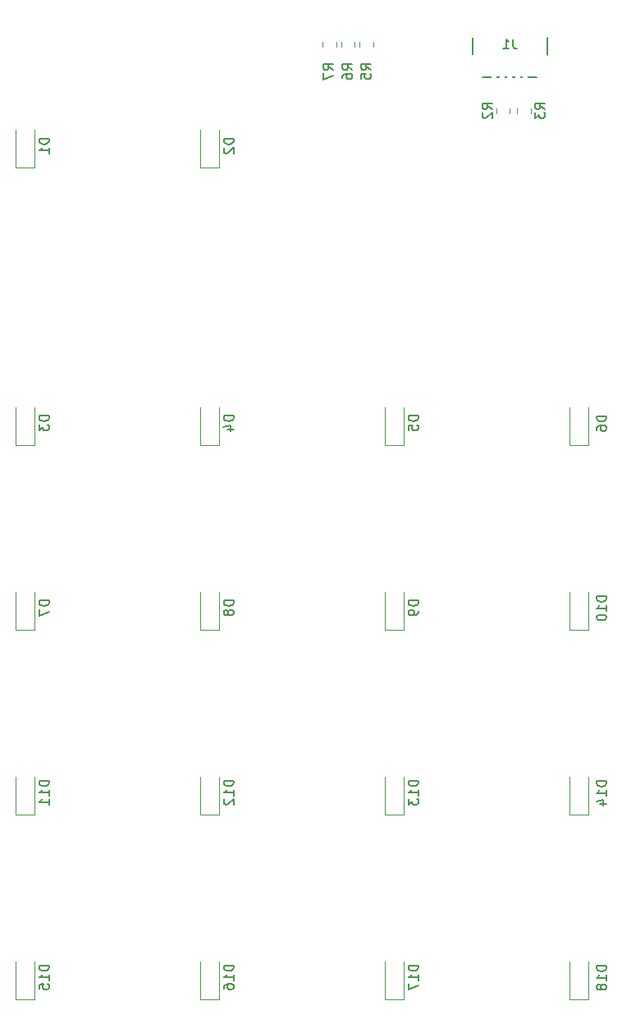
<source format=gbo>
G04 #@! TF.GenerationSoftware,KiCad,Pcbnew,(5.1.2)-2*
G04 #@! TF.CreationDate,2019-08-16T13:43:52-05:00*
G04 #@! TF.ProjectId,rootpad,726f6f74-7061-4642-9e6b-696361645f70,rev?*
G04 #@! TF.SameCoordinates,Original*
G04 #@! TF.FileFunction,Legend,Bot*
G04 #@! TF.FilePolarity,Positive*
%FSLAX46Y46*%
G04 Gerber Fmt 4.6, Leading zero omitted, Abs format (unit mm)*
G04 Created by KiCad (PCBNEW (5.1.2)-2) date 2019-08-16 13:43:52*
%MOMM*%
%LPD*%
G04 APERTURE LIST*
%ADD10C,0.120000*%
%ADD11C,0.150000*%
%ADD12O,1.172000X1.902000*%
%ADD13R,1.172000X1.902000*%
%ADD14R,1.302000X1.002000*%
%ADD15O,1.802000X2.802000*%
%ADD16R,0.602000X2.352000*%
%ADD17C,0.100000*%
%ADD18C,1.252000*%
%ADD19C,1.852000*%
%ADD20C,2.352000*%
%ADD21C,4.089800*%
G04 APERTURE END LIST*
D10*
X197057520Y-148269520D02*
X197057520Y-144369520D01*
X195057520Y-148269520D02*
X195057520Y-144369520D01*
X197057520Y-148269520D02*
X195057520Y-148269520D01*
X178007520Y-148268250D02*
X178007520Y-144368250D01*
X176007520Y-148268250D02*
X176007520Y-144368250D01*
X178007520Y-148268250D02*
X176007520Y-148268250D01*
X158957520Y-148269520D02*
X158957520Y-144369520D01*
X156957520Y-148269520D02*
X156957520Y-144369520D01*
X158957520Y-148269520D02*
X156957520Y-148269520D01*
X139907520Y-148269520D02*
X139907520Y-144369520D01*
X137907520Y-148269520D02*
X137907520Y-144369520D01*
X139907520Y-148269520D02*
X137907520Y-148269520D01*
X197057520Y-129219520D02*
X197057520Y-125319520D01*
X195057520Y-129219520D02*
X195057520Y-125319520D01*
X197057520Y-129219520D02*
X195057520Y-129219520D01*
X178007520Y-129219520D02*
X178007520Y-125319520D01*
X176007520Y-129219520D02*
X176007520Y-125319520D01*
X178007520Y-129219520D02*
X176007520Y-129219520D01*
X158957520Y-129219520D02*
X158957520Y-125319520D01*
X156957520Y-129219520D02*
X156957520Y-125319520D01*
X158957520Y-129219520D02*
X156957520Y-129219520D01*
X139907520Y-129219520D02*
X139907520Y-125319520D01*
X137907520Y-129219520D02*
X137907520Y-125319520D01*
X139907520Y-129219520D02*
X137907520Y-129219520D01*
X197057520Y-110169520D02*
X197057520Y-106269520D01*
X195057520Y-110169520D02*
X195057520Y-106269520D01*
X197057520Y-110169520D02*
X195057520Y-110169520D01*
X178007520Y-110169520D02*
X178007520Y-106269520D01*
X176007520Y-110169520D02*
X176007520Y-106269520D01*
X178007520Y-110169520D02*
X176007520Y-110169520D01*
X158957520Y-110169520D02*
X158957520Y-106269520D01*
X156957520Y-110169520D02*
X156957520Y-106269520D01*
X158957520Y-110169520D02*
X156957520Y-110169520D01*
X139907520Y-110169520D02*
X139907520Y-106269520D01*
X137907520Y-110169520D02*
X137907520Y-106269520D01*
X139907520Y-110169520D02*
X137907520Y-110169520D01*
X197057520Y-91119520D02*
X197057520Y-87219520D01*
X195057520Y-91119520D02*
X195057520Y-87219520D01*
X197057520Y-91119520D02*
X195057520Y-91119520D01*
X178007520Y-91118250D02*
X178007520Y-87218250D01*
X176007520Y-91118250D02*
X176007520Y-87218250D01*
X178007520Y-91118250D02*
X176007520Y-91118250D01*
X158957520Y-91119520D02*
X158957520Y-87219520D01*
X156957520Y-91119520D02*
X156957520Y-87219520D01*
X158957520Y-91119520D02*
X156957520Y-91119520D01*
X139907520Y-91119520D02*
X139907520Y-87219520D01*
X137907520Y-91119520D02*
X137907520Y-87219520D01*
X139907520Y-91119520D02*
X137907520Y-91119520D01*
X158957520Y-62544520D02*
X158957520Y-58644520D01*
X156957520Y-62544520D02*
X156957520Y-58644520D01*
X158957520Y-62544520D02*
X156957520Y-62544520D01*
X139907520Y-62544520D02*
X139907520Y-58644520D01*
X137907520Y-62544520D02*
X137907520Y-58644520D01*
X139907520Y-62544520D02*
X137907520Y-62544520D01*
D11*
X185062500Y-47815500D02*
X185062500Y-53265500D01*
X192762500Y-47815500D02*
X192762500Y-53265500D01*
X185062500Y-53265500D02*
X192762500Y-53265500D01*
D10*
X171017000Y-49586248D02*
X171017000Y-50108752D01*
X169597000Y-49586248D02*
X169597000Y-50108752D01*
X172922000Y-49586248D02*
X172922000Y-50108752D01*
X171502000Y-49586248D02*
X171502000Y-50108752D01*
X174827000Y-49586248D02*
X174827000Y-50108752D01*
X173407000Y-49586248D02*
X173407000Y-50108752D01*
X191084270Y-56413768D02*
X191084270Y-56936272D01*
X189664270Y-56413768D02*
X189664270Y-56936272D01*
X187505270Y-56936272D02*
X187505270Y-56413768D01*
X188925270Y-56936272D02*
X188925270Y-56413768D01*
D11*
X198889880Y-144835714D02*
X197889880Y-144835714D01*
X197889880Y-145073809D01*
X197937500Y-145216666D01*
X198032738Y-145311904D01*
X198127976Y-145359523D01*
X198318452Y-145407142D01*
X198461309Y-145407142D01*
X198651785Y-145359523D01*
X198747023Y-145311904D01*
X198842261Y-145216666D01*
X198889880Y-145073809D01*
X198889880Y-144835714D01*
X198889880Y-146359523D02*
X198889880Y-145788095D01*
X198889880Y-146073809D02*
X197889880Y-146073809D01*
X198032738Y-145978571D01*
X198127976Y-145883333D01*
X198175595Y-145788095D01*
X198318452Y-146930952D02*
X198270833Y-146835714D01*
X198223214Y-146788095D01*
X198127976Y-146740476D01*
X198080357Y-146740476D01*
X197985119Y-146788095D01*
X197937500Y-146835714D01*
X197889880Y-146930952D01*
X197889880Y-147121428D01*
X197937500Y-147216666D01*
X197985119Y-147264285D01*
X198080357Y-147311904D01*
X198127976Y-147311904D01*
X198223214Y-147264285D01*
X198270833Y-147216666D01*
X198318452Y-147121428D01*
X198318452Y-146930952D01*
X198366071Y-146835714D01*
X198413690Y-146788095D01*
X198508928Y-146740476D01*
X198699404Y-146740476D01*
X198794642Y-146788095D01*
X198842261Y-146835714D01*
X198889880Y-146930952D01*
X198889880Y-147121428D01*
X198842261Y-147216666D01*
X198794642Y-147264285D01*
X198699404Y-147311904D01*
X198508928Y-147311904D01*
X198413690Y-147264285D01*
X198366071Y-147216666D01*
X198318452Y-147121428D01*
X179459900Y-144803964D02*
X178459900Y-144803964D01*
X178459900Y-145042059D01*
X178507520Y-145184916D01*
X178602758Y-145280154D01*
X178697996Y-145327773D01*
X178888472Y-145375392D01*
X179031329Y-145375392D01*
X179221805Y-145327773D01*
X179317043Y-145280154D01*
X179412281Y-145184916D01*
X179459900Y-145042059D01*
X179459900Y-144803964D01*
X179459900Y-146327773D02*
X179459900Y-145756345D01*
X179459900Y-146042059D02*
X178459900Y-146042059D01*
X178602758Y-145946821D01*
X178697996Y-145851583D01*
X178745615Y-145756345D01*
X178459900Y-146661107D02*
X178459900Y-147327773D01*
X179459900Y-146899202D01*
X160409900Y-144805234D02*
X159409900Y-144805234D01*
X159409900Y-145043329D01*
X159457520Y-145186186D01*
X159552758Y-145281424D01*
X159647996Y-145329043D01*
X159838472Y-145376662D01*
X159981329Y-145376662D01*
X160171805Y-145329043D01*
X160267043Y-145281424D01*
X160362281Y-145186186D01*
X160409900Y-145043329D01*
X160409900Y-144805234D01*
X160409900Y-146329043D02*
X160409900Y-145757615D01*
X160409900Y-146043329D02*
X159409900Y-146043329D01*
X159552758Y-145948091D01*
X159647996Y-145852853D01*
X159695615Y-145757615D01*
X159409900Y-147186186D02*
X159409900Y-146995710D01*
X159457520Y-146900472D01*
X159505139Y-146852853D01*
X159647996Y-146757615D01*
X159838472Y-146709996D01*
X160219424Y-146709996D01*
X160314662Y-146757615D01*
X160362281Y-146805234D01*
X160409900Y-146900472D01*
X160409900Y-147090948D01*
X160362281Y-147186186D01*
X160314662Y-147233805D01*
X160219424Y-147281424D01*
X159981329Y-147281424D01*
X159886091Y-147233805D01*
X159838472Y-147186186D01*
X159790853Y-147090948D01*
X159790853Y-146900472D01*
X159838472Y-146805234D01*
X159886091Y-146757615D01*
X159981329Y-146709996D01*
X141359900Y-144805234D02*
X140359900Y-144805234D01*
X140359900Y-145043329D01*
X140407520Y-145186186D01*
X140502758Y-145281424D01*
X140597996Y-145329043D01*
X140788472Y-145376662D01*
X140931329Y-145376662D01*
X141121805Y-145329043D01*
X141217043Y-145281424D01*
X141312281Y-145186186D01*
X141359900Y-145043329D01*
X141359900Y-144805234D01*
X141359900Y-146329043D02*
X141359900Y-145757615D01*
X141359900Y-146043329D02*
X140359900Y-146043329D01*
X140502758Y-145948091D01*
X140597996Y-145852853D01*
X140645615Y-145757615D01*
X140359900Y-147233805D02*
X140359900Y-146757615D01*
X140836091Y-146709996D01*
X140788472Y-146757615D01*
X140740853Y-146852853D01*
X140740853Y-147090948D01*
X140788472Y-147186186D01*
X140836091Y-147233805D01*
X140931329Y-147281424D01*
X141169424Y-147281424D01*
X141264662Y-147233805D01*
X141312281Y-147186186D01*
X141359900Y-147090948D01*
X141359900Y-146852853D01*
X141312281Y-146757615D01*
X141264662Y-146709996D01*
X198889880Y-125785714D02*
X197889880Y-125785714D01*
X197889880Y-126023809D01*
X197937500Y-126166666D01*
X198032738Y-126261904D01*
X198127976Y-126309523D01*
X198318452Y-126357142D01*
X198461309Y-126357142D01*
X198651785Y-126309523D01*
X198747023Y-126261904D01*
X198842261Y-126166666D01*
X198889880Y-126023809D01*
X198889880Y-125785714D01*
X198889880Y-127309523D02*
X198889880Y-126738095D01*
X198889880Y-127023809D02*
X197889880Y-127023809D01*
X198032738Y-126928571D01*
X198127976Y-126833333D01*
X198175595Y-126738095D01*
X198223214Y-128166666D02*
X198889880Y-128166666D01*
X197842261Y-127928571D02*
X198556547Y-127690476D01*
X198556547Y-128309523D01*
X179459900Y-125755234D02*
X178459900Y-125755234D01*
X178459900Y-125993329D01*
X178507520Y-126136186D01*
X178602758Y-126231424D01*
X178697996Y-126279043D01*
X178888472Y-126326662D01*
X179031329Y-126326662D01*
X179221805Y-126279043D01*
X179317043Y-126231424D01*
X179412281Y-126136186D01*
X179459900Y-125993329D01*
X179459900Y-125755234D01*
X179459900Y-127279043D02*
X179459900Y-126707615D01*
X179459900Y-126993329D02*
X178459900Y-126993329D01*
X178602758Y-126898091D01*
X178697996Y-126802853D01*
X178745615Y-126707615D01*
X178459900Y-127612377D02*
X178459900Y-128231424D01*
X178840853Y-127898091D01*
X178840853Y-128040948D01*
X178888472Y-128136186D01*
X178936091Y-128183805D01*
X179031329Y-128231424D01*
X179269424Y-128231424D01*
X179364662Y-128183805D01*
X179412281Y-128136186D01*
X179459900Y-128040948D01*
X179459900Y-127755234D01*
X179412281Y-127659996D01*
X179364662Y-127612377D01*
X160409900Y-125755234D02*
X159409900Y-125755234D01*
X159409900Y-125993329D01*
X159457520Y-126136186D01*
X159552758Y-126231424D01*
X159647996Y-126279043D01*
X159838472Y-126326662D01*
X159981329Y-126326662D01*
X160171805Y-126279043D01*
X160267043Y-126231424D01*
X160362281Y-126136186D01*
X160409900Y-125993329D01*
X160409900Y-125755234D01*
X160409900Y-127279043D02*
X160409900Y-126707615D01*
X160409900Y-126993329D02*
X159409900Y-126993329D01*
X159552758Y-126898091D01*
X159647996Y-126802853D01*
X159695615Y-126707615D01*
X159505139Y-127659996D02*
X159457520Y-127707615D01*
X159409900Y-127802853D01*
X159409900Y-128040948D01*
X159457520Y-128136186D01*
X159505139Y-128183805D01*
X159600377Y-128231424D01*
X159695615Y-128231424D01*
X159838472Y-128183805D01*
X160409900Y-127612377D01*
X160409900Y-128231424D01*
X141359900Y-125755234D02*
X140359900Y-125755234D01*
X140359900Y-125993329D01*
X140407520Y-126136186D01*
X140502758Y-126231424D01*
X140597996Y-126279043D01*
X140788472Y-126326662D01*
X140931329Y-126326662D01*
X141121805Y-126279043D01*
X141217043Y-126231424D01*
X141312281Y-126136186D01*
X141359900Y-125993329D01*
X141359900Y-125755234D01*
X141359900Y-127279043D02*
X141359900Y-126707615D01*
X141359900Y-126993329D02*
X140359900Y-126993329D01*
X140502758Y-126898091D01*
X140597996Y-126802853D01*
X140645615Y-126707615D01*
X141359900Y-128231424D02*
X141359900Y-127659996D01*
X141359900Y-127945710D02*
X140359900Y-127945710D01*
X140502758Y-127850472D01*
X140597996Y-127755234D01*
X140645615Y-127659996D01*
X198889880Y-106735714D02*
X197889880Y-106735714D01*
X197889880Y-106973809D01*
X197937500Y-107116666D01*
X198032738Y-107211904D01*
X198127976Y-107259523D01*
X198318452Y-107307142D01*
X198461309Y-107307142D01*
X198651785Y-107259523D01*
X198747023Y-107211904D01*
X198842261Y-107116666D01*
X198889880Y-106973809D01*
X198889880Y-106735714D01*
X198889880Y-108259523D02*
X198889880Y-107688095D01*
X198889880Y-107973809D02*
X197889880Y-107973809D01*
X198032738Y-107878571D01*
X198127976Y-107783333D01*
X198175595Y-107688095D01*
X197889880Y-108878571D02*
X197889880Y-108973809D01*
X197937500Y-109069047D01*
X197985119Y-109116666D01*
X198080357Y-109164285D01*
X198270833Y-109211904D01*
X198508928Y-109211904D01*
X198699404Y-109164285D01*
X198794642Y-109116666D01*
X198842261Y-109069047D01*
X198889880Y-108973809D01*
X198889880Y-108878571D01*
X198842261Y-108783333D01*
X198794642Y-108735714D01*
X198699404Y-108688095D01*
X198508928Y-108640476D01*
X198270833Y-108640476D01*
X198080357Y-108688095D01*
X197985119Y-108735714D01*
X197937500Y-108783333D01*
X197889880Y-108878571D01*
X179459900Y-107181424D02*
X178459900Y-107181424D01*
X178459900Y-107419520D01*
X178507520Y-107562377D01*
X178602758Y-107657615D01*
X178697996Y-107705234D01*
X178888472Y-107752853D01*
X179031329Y-107752853D01*
X179221805Y-107705234D01*
X179317043Y-107657615D01*
X179412281Y-107562377D01*
X179459900Y-107419520D01*
X179459900Y-107181424D01*
X179459900Y-108229043D02*
X179459900Y-108419520D01*
X179412281Y-108514758D01*
X179364662Y-108562377D01*
X179221805Y-108657615D01*
X179031329Y-108705234D01*
X178650377Y-108705234D01*
X178555139Y-108657615D01*
X178507520Y-108609996D01*
X178459900Y-108514758D01*
X178459900Y-108324281D01*
X178507520Y-108229043D01*
X178555139Y-108181424D01*
X178650377Y-108133805D01*
X178888472Y-108133805D01*
X178983710Y-108181424D01*
X179031329Y-108229043D01*
X179078948Y-108324281D01*
X179078948Y-108514758D01*
X179031329Y-108609996D01*
X178983710Y-108657615D01*
X178888472Y-108705234D01*
X160409900Y-107181424D02*
X159409900Y-107181424D01*
X159409900Y-107419520D01*
X159457520Y-107562377D01*
X159552758Y-107657615D01*
X159647996Y-107705234D01*
X159838472Y-107752853D01*
X159981329Y-107752853D01*
X160171805Y-107705234D01*
X160267043Y-107657615D01*
X160362281Y-107562377D01*
X160409900Y-107419520D01*
X160409900Y-107181424D01*
X159838472Y-108324281D02*
X159790853Y-108229043D01*
X159743234Y-108181424D01*
X159647996Y-108133805D01*
X159600377Y-108133805D01*
X159505139Y-108181424D01*
X159457520Y-108229043D01*
X159409900Y-108324281D01*
X159409900Y-108514758D01*
X159457520Y-108609996D01*
X159505139Y-108657615D01*
X159600377Y-108705234D01*
X159647996Y-108705234D01*
X159743234Y-108657615D01*
X159790853Y-108609996D01*
X159838472Y-108514758D01*
X159838472Y-108324281D01*
X159886091Y-108229043D01*
X159933710Y-108181424D01*
X160028948Y-108133805D01*
X160219424Y-108133805D01*
X160314662Y-108181424D01*
X160362281Y-108229043D01*
X160409900Y-108324281D01*
X160409900Y-108514758D01*
X160362281Y-108609996D01*
X160314662Y-108657615D01*
X160219424Y-108705234D01*
X160028948Y-108705234D01*
X159933710Y-108657615D01*
X159886091Y-108609996D01*
X159838472Y-108514758D01*
X141359900Y-107181424D02*
X140359900Y-107181424D01*
X140359900Y-107419520D01*
X140407520Y-107562377D01*
X140502758Y-107657615D01*
X140597996Y-107705234D01*
X140788472Y-107752853D01*
X140931329Y-107752853D01*
X141121805Y-107705234D01*
X141217043Y-107657615D01*
X141312281Y-107562377D01*
X141359900Y-107419520D01*
X141359900Y-107181424D01*
X140359900Y-108086186D02*
X140359900Y-108752853D01*
X141359900Y-108324281D01*
X198889880Y-88161904D02*
X197889880Y-88161904D01*
X197889880Y-88400000D01*
X197937500Y-88542857D01*
X198032738Y-88638095D01*
X198127976Y-88685714D01*
X198318452Y-88733333D01*
X198461309Y-88733333D01*
X198651785Y-88685714D01*
X198747023Y-88638095D01*
X198842261Y-88542857D01*
X198889880Y-88400000D01*
X198889880Y-88161904D01*
X197889880Y-89590476D02*
X197889880Y-89400000D01*
X197937500Y-89304761D01*
X197985119Y-89257142D01*
X198127976Y-89161904D01*
X198318452Y-89114285D01*
X198699404Y-89114285D01*
X198794642Y-89161904D01*
X198842261Y-89209523D01*
X198889880Y-89304761D01*
X198889880Y-89495238D01*
X198842261Y-89590476D01*
X198794642Y-89638095D01*
X198699404Y-89685714D01*
X198461309Y-89685714D01*
X198366071Y-89638095D01*
X198318452Y-89590476D01*
X198270833Y-89495238D01*
X198270833Y-89304761D01*
X198318452Y-89209523D01*
X198366071Y-89161904D01*
X198461309Y-89114285D01*
X179459900Y-88130154D02*
X178459900Y-88130154D01*
X178459900Y-88368250D01*
X178507520Y-88511107D01*
X178602758Y-88606345D01*
X178697996Y-88653964D01*
X178888472Y-88701583D01*
X179031329Y-88701583D01*
X179221805Y-88653964D01*
X179317043Y-88606345D01*
X179412281Y-88511107D01*
X179459900Y-88368250D01*
X179459900Y-88130154D01*
X178459900Y-89606345D02*
X178459900Y-89130154D01*
X178936091Y-89082535D01*
X178888472Y-89130154D01*
X178840853Y-89225392D01*
X178840853Y-89463488D01*
X178888472Y-89558726D01*
X178936091Y-89606345D01*
X179031329Y-89653964D01*
X179269424Y-89653964D01*
X179364662Y-89606345D01*
X179412281Y-89558726D01*
X179459900Y-89463488D01*
X179459900Y-89225392D01*
X179412281Y-89130154D01*
X179364662Y-89082535D01*
X160409900Y-88131424D02*
X159409900Y-88131424D01*
X159409900Y-88369520D01*
X159457520Y-88512377D01*
X159552758Y-88607615D01*
X159647996Y-88655234D01*
X159838472Y-88702853D01*
X159981329Y-88702853D01*
X160171805Y-88655234D01*
X160267043Y-88607615D01*
X160362281Y-88512377D01*
X160409900Y-88369520D01*
X160409900Y-88131424D01*
X159743234Y-89559996D02*
X160409900Y-89559996D01*
X159362281Y-89321900D02*
X160076567Y-89083805D01*
X160076567Y-89702853D01*
X141359900Y-88131424D02*
X140359900Y-88131424D01*
X140359900Y-88369520D01*
X140407520Y-88512377D01*
X140502758Y-88607615D01*
X140597996Y-88655234D01*
X140788472Y-88702853D01*
X140931329Y-88702853D01*
X141121805Y-88655234D01*
X141217043Y-88607615D01*
X141312281Y-88512377D01*
X141359900Y-88369520D01*
X141359900Y-88131424D01*
X140359900Y-89036186D02*
X140359900Y-89655234D01*
X140740853Y-89321900D01*
X140740853Y-89464758D01*
X140788472Y-89559996D01*
X140836091Y-89607615D01*
X140931329Y-89655234D01*
X141169424Y-89655234D01*
X141264662Y-89607615D01*
X141312281Y-89559996D01*
X141359900Y-89464758D01*
X141359900Y-89179043D01*
X141312281Y-89083805D01*
X141264662Y-89036186D01*
X160409900Y-59556424D02*
X159409900Y-59556424D01*
X159409900Y-59794520D01*
X159457520Y-59937377D01*
X159552758Y-60032615D01*
X159647996Y-60080234D01*
X159838472Y-60127853D01*
X159981329Y-60127853D01*
X160171805Y-60080234D01*
X160267043Y-60032615D01*
X160362281Y-59937377D01*
X160409900Y-59794520D01*
X160409900Y-59556424D01*
X159505139Y-60508805D02*
X159457520Y-60556424D01*
X159409900Y-60651662D01*
X159409900Y-60889758D01*
X159457520Y-60984996D01*
X159505139Y-61032615D01*
X159600377Y-61080234D01*
X159695615Y-61080234D01*
X159838472Y-61032615D01*
X160409900Y-60461186D01*
X160409900Y-61080234D01*
X141359900Y-59556424D02*
X140359900Y-59556424D01*
X140359900Y-59794520D01*
X140407520Y-59937377D01*
X140502758Y-60032615D01*
X140597996Y-60080234D01*
X140788472Y-60127853D01*
X140931329Y-60127853D01*
X141121805Y-60080234D01*
X141217043Y-60032615D01*
X141312281Y-59937377D01*
X141359900Y-59794520D01*
X141359900Y-59556424D01*
X141359900Y-61080234D02*
X141359900Y-60508805D01*
X141359900Y-60794520D02*
X140359900Y-60794520D01*
X140502758Y-60699281D01*
X140597996Y-60604043D01*
X140645615Y-60508805D01*
X189245833Y-49299880D02*
X189245833Y-50014166D01*
X189293452Y-50157023D01*
X189388690Y-50252261D01*
X189531547Y-50299880D01*
X189626785Y-50299880D01*
X188245833Y-50299880D02*
X188817261Y-50299880D01*
X188531547Y-50299880D02*
X188531547Y-49299880D01*
X188626785Y-49442738D01*
X188722023Y-49537976D01*
X188817261Y-49585595D01*
X170695880Y-52474833D02*
X170219690Y-52141500D01*
X170695880Y-51903404D02*
X169695880Y-51903404D01*
X169695880Y-52284357D01*
X169743500Y-52379595D01*
X169791119Y-52427214D01*
X169886357Y-52474833D01*
X170029214Y-52474833D01*
X170124452Y-52427214D01*
X170172071Y-52379595D01*
X170219690Y-52284357D01*
X170219690Y-51903404D01*
X169695880Y-52808166D02*
X169695880Y-53474833D01*
X170695880Y-53046261D01*
X172664380Y-52474833D02*
X172188190Y-52141500D01*
X172664380Y-51903404D02*
X171664380Y-51903404D01*
X171664380Y-52284357D01*
X171712000Y-52379595D01*
X171759619Y-52427214D01*
X171854857Y-52474833D01*
X171997714Y-52474833D01*
X172092952Y-52427214D01*
X172140571Y-52379595D01*
X172188190Y-52284357D01*
X172188190Y-51903404D01*
X171664380Y-53331976D02*
X171664380Y-53141500D01*
X171712000Y-53046261D01*
X171759619Y-52998642D01*
X171902476Y-52903404D01*
X172092952Y-52855785D01*
X172473904Y-52855785D01*
X172569142Y-52903404D01*
X172616761Y-52951023D01*
X172664380Y-53046261D01*
X172664380Y-53236738D01*
X172616761Y-53331976D01*
X172569142Y-53379595D01*
X172473904Y-53427214D01*
X172235809Y-53427214D01*
X172140571Y-53379595D01*
X172092952Y-53331976D01*
X172045333Y-53236738D01*
X172045333Y-53046261D01*
X172092952Y-52951023D01*
X172140571Y-52903404D01*
X172235809Y-52855785D01*
X174569380Y-52474833D02*
X174093190Y-52141500D01*
X174569380Y-51903404D02*
X173569380Y-51903404D01*
X173569380Y-52284357D01*
X173617000Y-52379595D01*
X173664619Y-52427214D01*
X173759857Y-52474833D01*
X173902714Y-52474833D01*
X173997952Y-52427214D01*
X174045571Y-52379595D01*
X174093190Y-52284357D01*
X174093190Y-51903404D01*
X173569380Y-53379595D02*
X173569380Y-52903404D01*
X174045571Y-52855785D01*
X173997952Y-52903404D01*
X173950333Y-52998642D01*
X173950333Y-53236738D01*
X173997952Y-53331976D01*
X174045571Y-53379595D01*
X174140809Y-53427214D01*
X174378904Y-53427214D01*
X174474142Y-53379595D01*
X174521761Y-53331976D01*
X174569380Y-53236738D01*
X174569380Y-52998642D01*
X174521761Y-52903404D01*
X174474142Y-52855785D01*
X192541150Y-56508353D02*
X192064960Y-56175020D01*
X192541150Y-55936924D02*
X191541150Y-55936924D01*
X191541150Y-56317877D01*
X191588770Y-56413115D01*
X191636389Y-56460734D01*
X191731627Y-56508353D01*
X191874484Y-56508353D01*
X191969722Y-56460734D01*
X192017341Y-56413115D01*
X192064960Y-56317877D01*
X192064960Y-55936924D01*
X191541150Y-56841686D02*
X191541150Y-57460734D01*
X191922103Y-57127400D01*
X191922103Y-57270258D01*
X191969722Y-57365496D01*
X192017341Y-57413115D01*
X192112579Y-57460734D01*
X192350674Y-57460734D01*
X192445912Y-57413115D01*
X192493531Y-57365496D01*
X192541150Y-57270258D01*
X192541150Y-56984543D01*
X192493531Y-56889305D01*
X192445912Y-56841686D01*
X187080150Y-56508353D02*
X186603960Y-56175020D01*
X187080150Y-55936924D02*
X186080150Y-55936924D01*
X186080150Y-56317877D01*
X186127770Y-56413115D01*
X186175389Y-56460734D01*
X186270627Y-56508353D01*
X186413484Y-56508353D01*
X186508722Y-56460734D01*
X186556341Y-56413115D01*
X186603960Y-56317877D01*
X186603960Y-55936924D01*
X186175389Y-56889305D02*
X186127770Y-56936924D01*
X186080150Y-57032162D01*
X186080150Y-57270258D01*
X186127770Y-57365496D01*
X186175389Y-57413115D01*
X186270627Y-57460734D01*
X186365865Y-57460734D01*
X186508722Y-57413115D01*
X187080150Y-56841686D01*
X187080150Y-57460734D01*
%LPC*%
D12*
X182435500Y-51562000D03*
X180911500Y-51562000D03*
X179387500Y-51562000D03*
D13*
X177863500Y-51562000D03*
D14*
X196057520Y-144369520D03*
X196057520Y-147669520D03*
X177007520Y-144368250D03*
X177007520Y-147668250D03*
X157957520Y-144369520D03*
X157957520Y-147669520D03*
X138907520Y-144369520D03*
X138907520Y-147669520D03*
X196057520Y-125319520D03*
X196057520Y-128619520D03*
X177007520Y-125319520D03*
X177007520Y-128619520D03*
X157957520Y-125319520D03*
X157957520Y-128619520D03*
X138907520Y-125319520D03*
X138907520Y-128619520D03*
X196057520Y-106269520D03*
X196057520Y-109569520D03*
X177007520Y-106269520D03*
X177007520Y-109569520D03*
X157957520Y-106269520D03*
X157957520Y-109569520D03*
X138907520Y-106269520D03*
X138907520Y-109569520D03*
X196057520Y-87219520D03*
X196057520Y-90519520D03*
X177007520Y-87218250D03*
X177007520Y-90518250D03*
X157957520Y-87219520D03*
X157957520Y-90519520D03*
X138907520Y-87219520D03*
X138907520Y-90519520D03*
X157957520Y-58644520D03*
X157957520Y-61944520D03*
X138907520Y-58644520D03*
X138907520Y-61944520D03*
D15*
X185262500Y-47815500D03*
X192562500Y-47815500D03*
X192562500Y-52315500D03*
X185262500Y-52315500D03*
D16*
X187312500Y-52315500D03*
X188112500Y-52315500D03*
X188912500Y-52315500D03*
X189712500Y-52315500D03*
X190512500Y-52315500D03*
D17*
G36*
X170812505Y-50247811D02*
G01*
X170838925Y-50251730D01*
X170864835Y-50258220D01*
X170889983Y-50267218D01*
X170914128Y-50278638D01*
X170937038Y-50292369D01*
X170958492Y-50308280D01*
X170978282Y-50326218D01*
X170996220Y-50346008D01*
X171012131Y-50367462D01*
X171025862Y-50390372D01*
X171037282Y-50414517D01*
X171046280Y-50439665D01*
X171052770Y-50465575D01*
X171056689Y-50491995D01*
X171058000Y-50518673D01*
X171058000Y-51226327D01*
X171056689Y-51253005D01*
X171052770Y-51279425D01*
X171046280Y-51305335D01*
X171037282Y-51330483D01*
X171025862Y-51354628D01*
X171012131Y-51377538D01*
X170996220Y-51398992D01*
X170978282Y-51418782D01*
X170958492Y-51436720D01*
X170937038Y-51452631D01*
X170914128Y-51466362D01*
X170889983Y-51477782D01*
X170864835Y-51486780D01*
X170838925Y-51493270D01*
X170812505Y-51497189D01*
X170785827Y-51498500D01*
X169828173Y-51498500D01*
X169801495Y-51497189D01*
X169775075Y-51493270D01*
X169749165Y-51486780D01*
X169724017Y-51477782D01*
X169699872Y-51466362D01*
X169676962Y-51452631D01*
X169655508Y-51436720D01*
X169635718Y-51418782D01*
X169617780Y-51398992D01*
X169601869Y-51377538D01*
X169588138Y-51354628D01*
X169576718Y-51330483D01*
X169567720Y-51305335D01*
X169561230Y-51279425D01*
X169557311Y-51253005D01*
X169556000Y-51226327D01*
X169556000Y-50518673D01*
X169557311Y-50491995D01*
X169561230Y-50465575D01*
X169567720Y-50439665D01*
X169576718Y-50414517D01*
X169588138Y-50390372D01*
X169601869Y-50367462D01*
X169617780Y-50346008D01*
X169635718Y-50326218D01*
X169655508Y-50308280D01*
X169676962Y-50292369D01*
X169699872Y-50278638D01*
X169724017Y-50267218D01*
X169749165Y-50258220D01*
X169775075Y-50251730D01*
X169801495Y-50247811D01*
X169828173Y-50246500D01*
X170785827Y-50246500D01*
X170812505Y-50247811D01*
X170812505Y-50247811D01*
G37*
D18*
X170307000Y-50872500D03*
D17*
G36*
X170812505Y-48197811D02*
G01*
X170838925Y-48201730D01*
X170864835Y-48208220D01*
X170889983Y-48217218D01*
X170914128Y-48228638D01*
X170937038Y-48242369D01*
X170958492Y-48258280D01*
X170978282Y-48276218D01*
X170996220Y-48296008D01*
X171012131Y-48317462D01*
X171025862Y-48340372D01*
X171037282Y-48364517D01*
X171046280Y-48389665D01*
X171052770Y-48415575D01*
X171056689Y-48441995D01*
X171058000Y-48468673D01*
X171058000Y-49176327D01*
X171056689Y-49203005D01*
X171052770Y-49229425D01*
X171046280Y-49255335D01*
X171037282Y-49280483D01*
X171025862Y-49304628D01*
X171012131Y-49327538D01*
X170996220Y-49348992D01*
X170978282Y-49368782D01*
X170958492Y-49386720D01*
X170937038Y-49402631D01*
X170914128Y-49416362D01*
X170889983Y-49427782D01*
X170864835Y-49436780D01*
X170838925Y-49443270D01*
X170812505Y-49447189D01*
X170785827Y-49448500D01*
X169828173Y-49448500D01*
X169801495Y-49447189D01*
X169775075Y-49443270D01*
X169749165Y-49436780D01*
X169724017Y-49427782D01*
X169699872Y-49416362D01*
X169676962Y-49402631D01*
X169655508Y-49386720D01*
X169635718Y-49368782D01*
X169617780Y-49348992D01*
X169601869Y-49327538D01*
X169588138Y-49304628D01*
X169576718Y-49280483D01*
X169567720Y-49255335D01*
X169561230Y-49229425D01*
X169557311Y-49203005D01*
X169556000Y-49176327D01*
X169556000Y-48468673D01*
X169557311Y-48441995D01*
X169561230Y-48415575D01*
X169567720Y-48389665D01*
X169576718Y-48364517D01*
X169588138Y-48340372D01*
X169601869Y-48317462D01*
X169617780Y-48296008D01*
X169635718Y-48276218D01*
X169655508Y-48258280D01*
X169676962Y-48242369D01*
X169699872Y-48228638D01*
X169724017Y-48217218D01*
X169749165Y-48208220D01*
X169775075Y-48201730D01*
X169801495Y-48197811D01*
X169828173Y-48196500D01*
X170785827Y-48196500D01*
X170812505Y-48197811D01*
X170812505Y-48197811D01*
G37*
D18*
X170307000Y-48822500D03*
D17*
G36*
X172717505Y-50247811D02*
G01*
X172743925Y-50251730D01*
X172769835Y-50258220D01*
X172794983Y-50267218D01*
X172819128Y-50278638D01*
X172842038Y-50292369D01*
X172863492Y-50308280D01*
X172883282Y-50326218D01*
X172901220Y-50346008D01*
X172917131Y-50367462D01*
X172930862Y-50390372D01*
X172942282Y-50414517D01*
X172951280Y-50439665D01*
X172957770Y-50465575D01*
X172961689Y-50491995D01*
X172963000Y-50518673D01*
X172963000Y-51226327D01*
X172961689Y-51253005D01*
X172957770Y-51279425D01*
X172951280Y-51305335D01*
X172942282Y-51330483D01*
X172930862Y-51354628D01*
X172917131Y-51377538D01*
X172901220Y-51398992D01*
X172883282Y-51418782D01*
X172863492Y-51436720D01*
X172842038Y-51452631D01*
X172819128Y-51466362D01*
X172794983Y-51477782D01*
X172769835Y-51486780D01*
X172743925Y-51493270D01*
X172717505Y-51497189D01*
X172690827Y-51498500D01*
X171733173Y-51498500D01*
X171706495Y-51497189D01*
X171680075Y-51493270D01*
X171654165Y-51486780D01*
X171629017Y-51477782D01*
X171604872Y-51466362D01*
X171581962Y-51452631D01*
X171560508Y-51436720D01*
X171540718Y-51418782D01*
X171522780Y-51398992D01*
X171506869Y-51377538D01*
X171493138Y-51354628D01*
X171481718Y-51330483D01*
X171472720Y-51305335D01*
X171466230Y-51279425D01*
X171462311Y-51253005D01*
X171461000Y-51226327D01*
X171461000Y-50518673D01*
X171462311Y-50491995D01*
X171466230Y-50465575D01*
X171472720Y-50439665D01*
X171481718Y-50414517D01*
X171493138Y-50390372D01*
X171506869Y-50367462D01*
X171522780Y-50346008D01*
X171540718Y-50326218D01*
X171560508Y-50308280D01*
X171581962Y-50292369D01*
X171604872Y-50278638D01*
X171629017Y-50267218D01*
X171654165Y-50258220D01*
X171680075Y-50251730D01*
X171706495Y-50247811D01*
X171733173Y-50246500D01*
X172690827Y-50246500D01*
X172717505Y-50247811D01*
X172717505Y-50247811D01*
G37*
D18*
X172212000Y-50872500D03*
D17*
G36*
X172717505Y-48197811D02*
G01*
X172743925Y-48201730D01*
X172769835Y-48208220D01*
X172794983Y-48217218D01*
X172819128Y-48228638D01*
X172842038Y-48242369D01*
X172863492Y-48258280D01*
X172883282Y-48276218D01*
X172901220Y-48296008D01*
X172917131Y-48317462D01*
X172930862Y-48340372D01*
X172942282Y-48364517D01*
X172951280Y-48389665D01*
X172957770Y-48415575D01*
X172961689Y-48441995D01*
X172963000Y-48468673D01*
X172963000Y-49176327D01*
X172961689Y-49203005D01*
X172957770Y-49229425D01*
X172951280Y-49255335D01*
X172942282Y-49280483D01*
X172930862Y-49304628D01*
X172917131Y-49327538D01*
X172901220Y-49348992D01*
X172883282Y-49368782D01*
X172863492Y-49386720D01*
X172842038Y-49402631D01*
X172819128Y-49416362D01*
X172794983Y-49427782D01*
X172769835Y-49436780D01*
X172743925Y-49443270D01*
X172717505Y-49447189D01*
X172690827Y-49448500D01*
X171733173Y-49448500D01*
X171706495Y-49447189D01*
X171680075Y-49443270D01*
X171654165Y-49436780D01*
X171629017Y-49427782D01*
X171604872Y-49416362D01*
X171581962Y-49402631D01*
X171560508Y-49386720D01*
X171540718Y-49368782D01*
X171522780Y-49348992D01*
X171506869Y-49327538D01*
X171493138Y-49304628D01*
X171481718Y-49280483D01*
X171472720Y-49255335D01*
X171466230Y-49229425D01*
X171462311Y-49203005D01*
X171461000Y-49176327D01*
X171461000Y-48468673D01*
X171462311Y-48441995D01*
X171466230Y-48415575D01*
X171472720Y-48389665D01*
X171481718Y-48364517D01*
X171493138Y-48340372D01*
X171506869Y-48317462D01*
X171522780Y-48296008D01*
X171540718Y-48276218D01*
X171560508Y-48258280D01*
X171581962Y-48242369D01*
X171604872Y-48228638D01*
X171629017Y-48217218D01*
X171654165Y-48208220D01*
X171680075Y-48201730D01*
X171706495Y-48197811D01*
X171733173Y-48196500D01*
X172690827Y-48196500D01*
X172717505Y-48197811D01*
X172717505Y-48197811D01*
G37*
D18*
X172212000Y-48822500D03*
D17*
G36*
X174622505Y-50247811D02*
G01*
X174648925Y-50251730D01*
X174674835Y-50258220D01*
X174699983Y-50267218D01*
X174724128Y-50278638D01*
X174747038Y-50292369D01*
X174768492Y-50308280D01*
X174788282Y-50326218D01*
X174806220Y-50346008D01*
X174822131Y-50367462D01*
X174835862Y-50390372D01*
X174847282Y-50414517D01*
X174856280Y-50439665D01*
X174862770Y-50465575D01*
X174866689Y-50491995D01*
X174868000Y-50518673D01*
X174868000Y-51226327D01*
X174866689Y-51253005D01*
X174862770Y-51279425D01*
X174856280Y-51305335D01*
X174847282Y-51330483D01*
X174835862Y-51354628D01*
X174822131Y-51377538D01*
X174806220Y-51398992D01*
X174788282Y-51418782D01*
X174768492Y-51436720D01*
X174747038Y-51452631D01*
X174724128Y-51466362D01*
X174699983Y-51477782D01*
X174674835Y-51486780D01*
X174648925Y-51493270D01*
X174622505Y-51497189D01*
X174595827Y-51498500D01*
X173638173Y-51498500D01*
X173611495Y-51497189D01*
X173585075Y-51493270D01*
X173559165Y-51486780D01*
X173534017Y-51477782D01*
X173509872Y-51466362D01*
X173486962Y-51452631D01*
X173465508Y-51436720D01*
X173445718Y-51418782D01*
X173427780Y-51398992D01*
X173411869Y-51377538D01*
X173398138Y-51354628D01*
X173386718Y-51330483D01*
X173377720Y-51305335D01*
X173371230Y-51279425D01*
X173367311Y-51253005D01*
X173366000Y-51226327D01*
X173366000Y-50518673D01*
X173367311Y-50491995D01*
X173371230Y-50465575D01*
X173377720Y-50439665D01*
X173386718Y-50414517D01*
X173398138Y-50390372D01*
X173411869Y-50367462D01*
X173427780Y-50346008D01*
X173445718Y-50326218D01*
X173465508Y-50308280D01*
X173486962Y-50292369D01*
X173509872Y-50278638D01*
X173534017Y-50267218D01*
X173559165Y-50258220D01*
X173585075Y-50251730D01*
X173611495Y-50247811D01*
X173638173Y-50246500D01*
X174595827Y-50246500D01*
X174622505Y-50247811D01*
X174622505Y-50247811D01*
G37*
D18*
X174117000Y-50872500D03*
D17*
G36*
X174622505Y-48197811D02*
G01*
X174648925Y-48201730D01*
X174674835Y-48208220D01*
X174699983Y-48217218D01*
X174724128Y-48228638D01*
X174747038Y-48242369D01*
X174768492Y-48258280D01*
X174788282Y-48276218D01*
X174806220Y-48296008D01*
X174822131Y-48317462D01*
X174835862Y-48340372D01*
X174847282Y-48364517D01*
X174856280Y-48389665D01*
X174862770Y-48415575D01*
X174866689Y-48441995D01*
X174868000Y-48468673D01*
X174868000Y-49176327D01*
X174866689Y-49203005D01*
X174862770Y-49229425D01*
X174856280Y-49255335D01*
X174847282Y-49280483D01*
X174835862Y-49304628D01*
X174822131Y-49327538D01*
X174806220Y-49348992D01*
X174788282Y-49368782D01*
X174768492Y-49386720D01*
X174747038Y-49402631D01*
X174724128Y-49416362D01*
X174699983Y-49427782D01*
X174674835Y-49436780D01*
X174648925Y-49443270D01*
X174622505Y-49447189D01*
X174595827Y-49448500D01*
X173638173Y-49448500D01*
X173611495Y-49447189D01*
X173585075Y-49443270D01*
X173559165Y-49436780D01*
X173534017Y-49427782D01*
X173509872Y-49416362D01*
X173486962Y-49402631D01*
X173465508Y-49386720D01*
X173445718Y-49368782D01*
X173427780Y-49348992D01*
X173411869Y-49327538D01*
X173398138Y-49304628D01*
X173386718Y-49280483D01*
X173377720Y-49255335D01*
X173371230Y-49229425D01*
X173367311Y-49203005D01*
X173366000Y-49176327D01*
X173366000Y-48468673D01*
X173367311Y-48441995D01*
X173371230Y-48415575D01*
X173377720Y-48389665D01*
X173386718Y-48364517D01*
X173398138Y-48340372D01*
X173411869Y-48317462D01*
X173427780Y-48296008D01*
X173445718Y-48276218D01*
X173465508Y-48258280D01*
X173486962Y-48242369D01*
X173509872Y-48228638D01*
X173534017Y-48217218D01*
X173559165Y-48208220D01*
X173585075Y-48201730D01*
X173611495Y-48197811D01*
X173638173Y-48196500D01*
X174595827Y-48196500D01*
X174622505Y-48197811D01*
X174622505Y-48197811D01*
G37*
D18*
X174117000Y-48822500D03*
D17*
G36*
X190879775Y-57075331D02*
G01*
X190906195Y-57079250D01*
X190932105Y-57085740D01*
X190957253Y-57094738D01*
X190981398Y-57106158D01*
X191004308Y-57119889D01*
X191025762Y-57135800D01*
X191045552Y-57153738D01*
X191063490Y-57173528D01*
X191079401Y-57194982D01*
X191093132Y-57217892D01*
X191104552Y-57242037D01*
X191113550Y-57267185D01*
X191120040Y-57293095D01*
X191123959Y-57319515D01*
X191125270Y-57346193D01*
X191125270Y-58053847D01*
X191123959Y-58080525D01*
X191120040Y-58106945D01*
X191113550Y-58132855D01*
X191104552Y-58158003D01*
X191093132Y-58182148D01*
X191079401Y-58205058D01*
X191063490Y-58226512D01*
X191045552Y-58246302D01*
X191025762Y-58264240D01*
X191004308Y-58280151D01*
X190981398Y-58293882D01*
X190957253Y-58305302D01*
X190932105Y-58314300D01*
X190906195Y-58320790D01*
X190879775Y-58324709D01*
X190853097Y-58326020D01*
X189895443Y-58326020D01*
X189868765Y-58324709D01*
X189842345Y-58320790D01*
X189816435Y-58314300D01*
X189791287Y-58305302D01*
X189767142Y-58293882D01*
X189744232Y-58280151D01*
X189722778Y-58264240D01*
X189702988Y-58246302D01*
X189685050Y-58226512D01*
X189669139Y-58205058D01*
X189655408Y-58182148D01*
X189643988Y-58158003D01*
X189634990Y-58132855D01*
X189628500Y-58106945D01*
X189624581Y-58080525D01*
X189623270Y-58053847D01*
X189623270Y-57346193D01*
X189624581Y-57319515D01*
X189628500Y-57293095D01*
X189634990Y-57267185D01*
X189643988Y-57242037D01*
X189655408Y-57217892D01*
X189669139Y-57194982D01*
X189685050Y-57173528D01*
X189702988Y-57153738D01*
X189722778Y-57135800D01*
X189744232Y-57119889D01*
X189767142Y-57106158D01*
X189791287Y-57094738D01*
X189816435Y-57085740D01*
X189842345Y-57079250D01*
X189868765Y-57075331D01*
X189895443Y-57074020D01*
X190853097Y-57074020D01*
X190879775Y-57075331D01*
X190879775Y-57075331D01*
G37*
D18*
X190374270Y-57700020D03*
D17*
G36*
X190879775Y-55025331D02*
G01*
X190906195Y-55029250D01*
X190932105Y-55035740D01*
X190957253Y-55044738D01*
X190981398Y-55056158D01*
X191004308Y-55069889D01*
X191025762Y-55085800D01*
X191045552Y-55103738D01*
X191063490Y-55123528D01*
X191079401Y-55144982D01*
X191093132Y-55167892D01*
X191104552Y-55192037D01*
X191113550Y-55217185D01*
X191120040Y-55243095D01*
X191123959Y-55269515D01*
X191125270Y-55296193D01*
X191125270Y-56003847D01*
X191123959Y-56030525D01*
X191120040Y-56056945D01*
X191113550Y-56082855D01*
X191104552Y-56108003D01*
X191093132Y-56132148D01*
X191079401Y-56155058D01*
X191063490Y-56176512D01*
X191045552Y-56196302D01*
X191025762Y-56214240D01*
X191004308Y-56230151D01*
X190981398Y-56243882D01*
X190957253Y-56255302D01*
X190932105Y-56264300D01*
X190906195Y-56270790D01*
X190879775Y-56274709D01*
X190853097Y-56276020D01*
X189895443Y-56276020D01*
X189868765Y-56274709D01*
X189842345Y-56270790D01*
X189816435Y-56264300D01*
X189791287Y-56255302D01*
X189767142Y-56243882D01*
X189744232Y-56230151D01*
X189722778Y-56214240D01*
X189702988Y-56196302D01*
X189685050Y-56176512D01*
X189669139Y-56155058D01*
X189655408Y-56132148D01*
X189643988Y-56108003D01*
X189634990Y-56082855D01*
X189628500Y-56056945D01*
X189624581Y-56030525D01*
X189623270Y-56003847D01*
X189623270Y-55296193D01*
X189624581Y-55269515D01*
X189628500Y-55243095D01*
X189634990Y-55217185D01*
X189643988Y-55192037D01*
X189655408Y-55167892D01*
X189669139Y-55144982D01*
X189685050Y-55123528D01*
X189702988Y-55103738D01*
X189722778Y-55085800D01*
X189744232Y-55069889D01*
X189767142Y-55056158D01*
X189791287Y-55044738D01*
X189816435Y-55035740D01*
X189842345Y-55029250D01*
X189868765Y-55025331D01*
X189895443Y-55024020D01*
X190853097Y-55024020D01*
X190879775Y-55025331D01*
X190879775Y-55025331D01*
G37*
D18*
X190374270Y-55650020D03*
D17*
G36*
X188720775Y-55025331D02*
G01*
X188747195Y-55029250D01*
X188773105Y-55035740D01*
X188798253Y-55044738D01*
X188822398Y-55056158D01*
X188845308Y-55069889D01*
X188866762Y-55085800D01*
X188886552Y-55103738D01*
X188904490Y-55123528D01*
X188920401Y-55144982D01*
X188934132Y-55167892D01*
X188945552Y-55192037D01*
X188954550Y-55217185D01*
X188961040Y-55243095D01*
X188964959Y-55269515D01*
X188966270Y-55296193D01*
X188966270Y-56003847D01*
X188964959Y-56030525D01*
X188961040Y-56056945D01*
X188954550Y-56082855D01*
X188945552Y-56108003D01*
X188934132Y-56132148D01*
X188920401Y-56155058D01*
X188904490Y-56176512D01*
X188886552Y-56196302D01*
X188866762Y-56214240D01*
X188845308Y-56230151D01*
X188822398Y-56243882D01*
X188798253Y-56255302D01*
X188773105Y-56264300D01*
X188747195Y-56270790D01*
X188720775Y-56274709D01*
X188694097Y-56276020D01*
X187736443Y-56276020D01*
X187709765Y-56274709D01*
X187683345Y-56270790D01*
X187657435Y-56264300D01*
X187632287Y-56255302D01*
X187608142Y-56243882D01*
X187585232Y-56230151D01*
X187563778Y-56214240D01*
X187543988Y-56196302D01*
X187526050Y-56176512D01*
X187510139Y-56155058D01*
X187496408Y-56132148D01*
X187484988Y-56108003D01*
X187475990Y-56082855D01*
X187469500Y-56056945D01*
X187465581Y-56030525D01*
X187464270Y-56003847D01*
X187464270Y-55296193D01*
X187465581Y-55269515D01*
X187469500Y-55243095D01*
X187475990Y-55217185D01*
X187484988Y-55192037D01*
X187496408Y-55167892D01*
X187510139Y-55144982D01*
X187526050Y-55123528D01*
X187543988Y-55103738D01*
X187563778Y-55085800D01*
X187585232Y-55069889D01*
X187608142Y-55056158D01*
X187632287Y-55044738D01*
X187657435Y-55035740D01*
X187683345Y-55029250D01*
X187709765Y-55025331D01*
X187736443Y-55024020D01*
X188694097Y-55024020D01*
X188720775Y-55025331D01*
X188720775Y-55025331D01*
G37*
D18*
X188215270Y-55650020D03*
D17*
G36*
X188720775Y-57075331D02*
G01*
X188747195Y-57079250D01*
X188773105Y-57085740D01*
X188798253Y-57094738D01*
X188822398Y-57106158D01*
X188845308Y-57119889D01*
X188866762Y-57135800D01*
X188886552Y-57153738D01*
X188904490Y-57173528D01*
X188920401Y-57194982D01*
X188934132Y-57217892D01*
X188945552Y-57242037D01*
X188954550Y-57267185D01*
X188961040Y-57293095D01*
X188964959Y-57319515D01*
X188966270Y-57346193D01*
X188966270Y-58053847D01*
X188964959Y-58080525D01*
X188961040Y-58106945D01*
X188954550Y-58132855D01*
X188945552Y-58158003D01*
X188934132Y-58182148D01*
X188920401Y-58205058D01*
X188904490Y-58226512D01*
X188886552Y-58246302D01*
X188866762Y-58264240D01*
X188845308Y-58280151D01*
X188822398Y-58293882D01*
X188798253Y-58305302D01*
X188773105Y-58314300D01*
X188747195Y-58320790D01*
X188720775Y-58324709D01*
X188694097Y-58326020D01*
X187736443Y-58326020D01*
X187709765Y-58324709D01*
X187683345Y-58320790D01*
X187657435Y-58314300D01*
X187632287Y-58305302D01*
X187608142Y-58293882D01*
X187585232Y-58280151D01*
X187563778Y-58264240D01*
X187543988Y-58246302D01*
X187526050Y-58226512D01*
X187510139Y-58205058D01*
X187496408Y-58182148D01*
X187484988Y-58158003D01*
X187475990Y-58132855D01*
X187469500Y-58106945D01*
X187465581Y-58080525D01*
X187464270Y-58053847D01*
X187464270Y-57346193D01*
X187465581Y-57319515D01*
X187469500Y-57293095D01*
X187475990Y-57267185D01*
X187484988Y-57242037D01*
X187496408Y-57217892D01*
X187510139Y-57194982D01*
X187526050Y-57173528D01*
X187543988Y-57153738D01*
X187563778Y-57135800D01*
X187585232Y-57119889D01*
X187608142Y-57106158D01*
X187632287Y-57094738D01*
X187657435Y-57085740D01*
X187683345Y-57079250D01*
X187709765Y-57075331D01*
X187736443Y-57074020D01*
X188694097Y-57074020D01*
X188720775Y-57075331D01*
X188720775Y-57075331D01*
G37*
D18*
X188215270Y-57700020D03*
D19*
X192406270Y-146051270D03*
X182246270Y-146051270D03*
D20*
X183516270Y-143511270D03*
D21*
X187326270Y-146051270D03*
D20*
X189866270Y-140971270D03*
D19*
X173356270Y-146051270D03*
X163196270Y-146051270D03*
D20*
X164466270Y-143511270D03*
D21*
X168276270Y-146051270D03*
D20*
X170816270Y-140971270D03*
D19*
X154306270Y-146051270D03*
X144146270Y-146051270D03*
D20*
X145416270Y-143511270D03*
D21*
X149226270Y-146051270D03*
D20*
X151766270Y-140971270D03*
D19*
X135256270Y-146051270D03*
X125096270Y-146051270D03*
D20*
X126366270Y-143511270D03*
D21*
X130176270Y-146051270D03*
D20*
X132716270Y-140971270D03*
D19*
X192406270Y-127001270D03*
X182246270Y-127001270D03*
D20*
X183516270Y-124461270D03*
D21*
X187326270Y-127001270D03*
D20*
X189866270Y-121921270D03*
D19*
X173356270Y-127001270D03*
X163196270Y-127001270D03*
D20*
X164466270Y-124461270D03*
D21*
X168276270Y-127001270D03*
D20*
X170816270Y-121921270D03*
D19*
X154306270Y-127001270D03*
X144146270Y-127001270D03*
D20*
X145416270Y-124461270D03*
D21*
X149226270Y-127001270D03*
D20*
X151766270Y-121921270D03*
D19*
X135256270Y-127001270D03*
X125096270Y-127001270D03*
D20*
X126366270Y-124461270D03*
D21*
X130176270Y-127001270D03*
D20*
X132716270Y-121921270D03*
D19*
X192406270Y-107951270D03*
X182246270Y-107951270D03*
D20*
X183516270Y-105411270D03*
D21*
X187326270Y-107951270D03*
D20*
X189866270Y-102871270D03*
D19*
X173356270Y-107951270D03*
X163196270Y-107951270D03*
D20*
X164466270Y-105411270D03*
D21*
X168276270Y-107951270D03*
D20*
X170816270Y-102871270D03*
D19*
X154306270Y-107951270D03*
X144146270Y-107951270D03*
D20*
X145416270Y-105411270D03*
D21*
X149226270Y-107951270D03*
D20*
X151766270Y-102871270D03*
D19*
X135256270Y-107951270D03*
X125096270Y-107951270D03*
D20*
X126366270Y-105411270D03*
D21*
X130176270Y-107951270D03*
D20*
X132716270Y-102871270D03*
D19*
X192406270Y-88901270D03*
X182246270Y-88901270D03*
D20*
X183516270Y-86361270D03*
D21*
X187326270Y-88901270D03*
D20*
X189866270Y-83821270D03*
D19*
X173356270Y-88901270D03*
X163196270Y-88901270D03*
D20*
X164466270Y-86361270D03*
D21*
X168276270Y-88901270D03*
D20*
X170816270Y-83821270D03*
D19*
X154306270Y-88901270D03*
X144146270Y-88901270D03*
D20*
X145416270Y-86361270D03*
D21*
X149226270Y-88901270D03*
D20*
X151766270Y-83821270D03*
D19*
X135256270Y-88901270D03*
X125096270Y-88901270D03*
D20*
X126366270Y-86361270D03*
D21*
X130176270Y-88901270D03*
D20*
X132716270Y-83821270D03*
D19*
X154306270Y-60326270D03*
X144146270Y-60326270D03*
D20*
X145416270Y-57786270D03*
D21*
X149226270Y-60326270D03*
D20*
X151766270Y-55246270D03*
D19*
X135256270Y-60326270D03*
X125096270Y-60326270D03*
D20*
X126366270Y-57786270D03*
D21*
X130176270Y-60326270D03*
D20*
X132716270Y-55246270D03*
M02*

</source>
